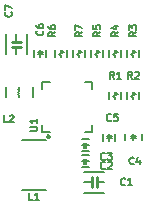
<source format=gto>
%TF.FileFunction,Legend,Top*%
%FSLAX46Y46*%
G04 Gerber Fmt 4.6, Leading zero omitted, Abs format (unit mm)*
G04 Created by KiCad (PCBNEW (2014-12-19 BZR 5328)-product) date 23/12/2014 01:10:06*
%MOMM*%
G01*
G04 APERTURE LIST*
%ADD10C,0.127000*%
%ADD11C,0.254000*%
%ADD12C,0.250000*%
%ADD13C,0.150000*%
G04 APERTURE END LIST*
D10*
X130976000Y-96150000D02*
X132676000Y-96150000D01*
X130976000Y-94350000D02*
X132676000Y-94350000D01*
X132026000Y-95250000D02*
X132676000Y-95250000D01*
X131626000Y-95250000D02*
X130976000Y-95250000D01*
D11*
X131626000Y-94850000D02*
X131626000Y-95650000D01*
X132026000Y-94850000D02*
X132026000Y-95650000D01*
D10*
X130964000Y-93472000D02*
X130764000Y-93472000D01*
X131164000Y-93472000D02*
X131364000Y-93472000D01*
X130764000Y-93972000D02*
X131364000Y-93972000D01*
X130764000Y-92972000D02*
X131364000Y-92972000D01*
X131164000Y-93272000D02*
X131164000Y-93672000D01*
X130964000Y-93272000D02*
X130964000Y-93672000D01*
X130962498Y-92126811D02*
X130762498Y-92126811D01*
X131162498Y-92126811D02*
X131362498Y-92126811D01*
X130762498Y-92626811D02*
X131362498Y-92626811D01*
X130762498Y-91626811D02*
X131362498Y-91626811D01*
X131162498Y-91926811D02*
X131162498Y-92326811D01*
X130962498Y-91926811D02*
X130962498Y-92326811D01*
X135128000Y-91340000D02*
X135128000Y-91190000D01*
X135128000Y-91540000D02*
X135128000Y-91690000D01*
X134428000Y-91190000D02*
X134428000Y-91690000D01*
X135828000Y-91190000D02*
X135828000Y-91690000D01*
X135328000Y-91540000D02*
X134928000Y-91540000D01*
X135328000Y-91340000D02*
X134928000Y-91340000D01*
X133096000Y-91340000D02*
X133096000Y-91140000D01*
X133096000Y-91540000D02*
X133096000Y-91740000D01*
X132596000Y-91140000D02*
X132596000Y-91740000D01*
X133596000Y-91140000D02*
X133596000Y-91740000D01*
X133296000Y-91540000D02*
X132896000Y-91540000D01*
X133296000Y-91340000D02*
X132896000Y-91340000D01*
X127254000Y-84428000D02*
X127254000Y-84628000D01*
X127254000Y-84228000D02*
X127254000Y-84028000D01*
X127754000Y-84628000D02*
X127754000Y-84028000D01*
X126754000Y-84628000D02*
X126754000Y-84028000D01*
X127054000Y-84228000D02*
X127454000Y-84228000D01*
X127054000Y-84428000D02*
X127454000Y-84428000D01*
X126122000Y-84416000D02*
X126122000Y-82716000D01*
X124322000Y-84416000D02*
X124322000Y-82716000D01*
X125222000Y-83366000D02*
X125222000Y-82716000D01*
X125222000Y-83766000D02*
X125222000Y-84416000D01*
D11*
X124822000Y-83766000D02*
X125622000Y-83766000D01*
X124822000Y-83366000D02*
X125622000Y-83366000D01*
D12*
X128040000Y-91400000D02*
G75*
G03X128040000Y-91400000I-100000J0D01*
G01*
D10*
X128040000Y-91000000D02*
X127440000Y-91000000D01*
X127440000Y-91000000D02*
X127440000Y-90400000D01*
X131640000Y-90400000D02*
X131640000Y-91000000D01*
X131640000Y-91000000D02*
X131040000Y-91000000D01*
X131040000Y-86800000D02*
X131640000Y-86800000D01*
X131640000Y-86800000D02*
X131640000Y-87400000D01*
X127440000Y-86800000D02*
X128040000Y-86800000D01*
X127440000Y-86800000D02*
X127440000Y-87400000D01*
X127715520Y-91717440D02*
X125715520Y-91717440D01*
X127715520Y-95917440D02*
X125715520Y-95917440D01*
X126626000Y-88030000D02*
X126626000Y-87230000D01*
X124326000Y-88030000D02*
X124326000Y-87230000D01*
X125476000Y-87930000D02*
X125476000Y-88030000D01*
X125476000Y-87330000D02*
X125476000Y-87230000D01*
X125476000Y-87330000D02*
G75*
G03X125476000Y-87530000I0J-100000D01*
G01*
X125476000Y-87730000D02*
G75*
G03X125476000Y-87930000I0J-100000D01*
G01*
X125476000Y-87530000D02*
G75*
G03X125476000Y-87730000I0J-100000D01*
G01*
D13*
X130556000Y-84628000D02*
X130556000Y-84528000D01*
X130556000Y-84528000D02*
X130356000Y-84428000D01*
X130356000Y-84428000D02*
X130756000Y-84228000D01*
X130756000Y-84228000D02*
X130556000Y-84128000D01*
X130556000Y-84128000D02*
X130556000Y-84028000D01*
D10*
X131056000Y-84628000D02*
X131056000Y-84028000D01*
X130056000Y-84628000D02*
X130056000Y-84028000D01*
D13*
X129032000Y-84028000D02*
X129032000Y-84128000D01*
X129032000Y-84128000D02*
X129232000Y-84228000D01*
X129232000Y-84228000D02*
X128832000Y-84428000D01*
X128832000Y-84428000D02*
X129032000Y-84528000D01*
X129032000Y-84528000D02*
X129032000Y-84628000D01*
D10*
X128532000Y-84028000D02*
X128532000Y-84628000D01*
X129532000Y-84028000D02*
X129532000Y-84628000D01*
D13*
X132080000Y-84628000D02*
X132080000Y-84528000D01*
X132080000Y-84528000D02*
X131880000Y-84428000D01*
X131880000Y-84428000D02*
X132280000Y-84228000D01*
X132280000Y-84228000D02*
X132080000Y-84128000D01*
X132080000Y-84128000D02*
X132080000Y-84028000D01*
D10*
X132580000Y-84628000D02*
X132580000Y-84028000D01*
X131580000Y-84628000D02*
X131580000Y-84028000D01*
D13*
X133604000Y-84628000D02*
X133604000Y-84528000D01*
X133604000Y-84528000D02*
X133404000Y-84428000D01*
X133404000Y-84428000D02*
X133804000Y-84228000D01*
X133804000Y-84228000D02*
X133604000Y-84128000D01*
X133604000Y-84128000D02*
X133604000Y-84028000D01*
D10*
X134104000Y-84628000D02*
X134104000Y-84028000D01*
X133104000Y-84628000D02*
X133104000Y-84028000D01*
D13*
X135128000Y-84628000D02*
X135128000Y-84528000D01*
X135128000Y-84528000D02*
X134928000Y-84428000D01*
X134928000Y-84428000D02*
X135328000Y-84228000D01*
X135328000Y-84228000D02*
X135128000Y-84128000D01*
X135128000Y-84128000D02*
X135128000Y-84028000D01*
D10*
X135628000Y-84628000D02*
X135628000Y-84028000D01*
X134628000Y-84628000D02*
X134628000Y-84028000D01*
D13*
X135128000Y-88184000D02*
X135128000Y-88084000D01*
X135128000Y-88084000D02*
X134928000Y-87984000D01*
X134928000Y-87984000D02*
X135328000Y-87784000D01*
X135328000Y-87784000D02*
X135128000Y-87684000D01*
X135128000Y-87684000D02*
X135128000Y-87584000D01*
D10*
X135628000Y-88184000D02*
X135628000Y-87584000D01*
X134628000Y-88184000D02*
X134628000Y-87584000D01*
D13*
X133604000Y-87584000D02*
X133604000Y-87684000D01*
X133604000Y-87684000D02*
X133804000Y-87784000D01*
X133804000Y-87784000D02*
X133404000Y-87984000D01*
X133404000Y-87984000D02*
X133604000Y-88084000D01*
X133604000Y-88084000D02*
X133604000Y-88184000D01*
D10*
X133104000Y-87584000D02*
X133104000Y-88184000D01*
X134104000Y-87584000D02*
X134104000Y-88184000D01*
X134426000Y-95464286D02*
X134397429Y-95492857D01*
X134311715Y-95521429D01*
X134254572Y-95521429D01*
X134168857Y-95492857D01*
X134111715Y-95435714D01*
X134083143Y-95378571D01*
X134054572Y-95264286D01*
X134054572Y-95178571D01*
X134083143Y-95064286D01*
X134111715Y-95007143D01*
X134168857Y-94950000D01*
X134254572Y-94921429D01*
X134311715Y-94921429D01*
X134397429Y-94950000D01*
X134426000Y-94978571D01*
X134997429Y-95521429D02*
X134654572Y-95521429D01*
X134826000Y-95521429D02*
X134826000Y-94921429D01*
X134768857Y-95007143D01*
X134711715Y-95064286D01*
X134654572Y-95092857D01*
X132742000Y-94067286D02*
X132713429Y-94095857D01*
X132627715Y-94124429D01*
X132570572Y-94124429D01*
X132484857Y-94095857D01*
X132427715Y-94038714D01*
X132399143Y-93981571D01*
X132370572Y-93867286D01*
X132370572Y-93781571D01*
X132399143Y-93667286D01*
X132427715Y-93610143D01*
X132484857Y-93553000D01*
X132570572Y-93524429D01*
X132627715Y-93524429D01*
X132713429Y-93553000D01*
X132742000Y-93581571D01*
X132970572Y-93581571D02*
X132999143Y-93553000D01*
X133056286Y-93524429D01*
X133199143Y-93524429D01*
X133256286Y-93553000D01*
X133284857Y-93581571D01*
X133313429Y-93638714D01*
X133313429Y-93695857D01*
X133284857Y-93781571D01*
X132942000Y-94124429D01*
X133313429Y-94124429D01*
X132742000Y-93305286D02*
X132713429Y-93333857D01*
X132627715Y-93362429D01*
X132570572Y-93362429D01*
X132484857Y-93333857D01*
X132427715Y-93276714D01*
X132399143Y-93219571D01*
X132370572Y-93105286D01*
X132370572Y-93019571D01*
X132399143Y-92905286D01*
X132427715Y-92848143D01*
X132484857Y-92791000D01*
X132570572Y-92762429D01*
X132627715Y-92762429D01*
X132713429Y-92791000D01*
X132742000Y-92819571D01*
X132942000Y-92762429D02*
X133313429Y-92762429D01*
X133113429Y-92991000D01*
X133199143Y-92991000D01*
X133256286Y-93019571D01*
X133284857Y-93048143D01*
X133313429Y-93105286D01*
X133313429Y-93248143D01*
X133284857Y-93305286D01*
X133256286Y-93333857D01*
X133199143Y-93362429D01*
X133027715Y-93362429D01*
X132970572Y-93333857D01*
X132942000Y-93305286D01*
X135155000Y-93686286D02*
X135126429Y-93714857D01*
X135040715Y-93743429D01*
X134983572Y-93743429D01*
X134897857Y-93714857D01*
X134840715Y-93657714D01*
X134812143Y-93600571D01*
X134783572Y-93486286D01*
X134783572Y-93400571D01*
X134812143Y-93286286D01*
X134840715Y-93229143D01*
X134897857Y-93172000D01*
X134983572Y-93143429D01*
X135040715Y-93143429D01*
X135126429Y-93172000D01*
X135155000Y-93200571D01*
X135669286Y-93343429D02*
X135669286Y-93743429D01*
X135526429Y-93114857D02*
X135383572Y-93543429D01*
X135755000Y-93543429D01*
X133250000Y-90003286D02*
X133221429Y-90031857D01*
X133135715Y-90060429D01*
X133078572Y-90060429D01*
X132992857Y-90031857D01*
X132935715Y-89974714D01*
X132907143Y-89917571D01*
X132878572Y-89803286D01*
X132878572Y-89717571D01*
X132907143Y-89603286D01*
X132935715Y-89546143D01*
X132992857Y-89489000D01*
X133078572Y-89460429D01*
X133135715Y-89460429D01*
X133221429Y-89489000D01*
X133250000Y-89517571D01*
X133792857Y-89460429D02*
X133507143Y-89460429D01*
X133478572Y-89746143D01*
X133507143Y-89717571D01*
X133564286Y-89689000D01*
X133707143Y-89689000D01*
X133764286Y-89717571D01*
X133792857Y-89746143D01*
X133821429Y-89803286D01*
X133821429Y-89946143D01*
X133792857Y-90003286D01*
X133764286Y-90031857D01*
X133707143Y-90060429D01*
X133564286Y-90060429D01*
X133507143Y-90031857D01*
X133478572Y-90003286D01*
X127468286Y-82428000D02*
X127496857Y-82456571D01*
X127525429Y-82542285D01*
X127525429Y-82599428D01*
X127496857Y-82685143D01*
X127439714Y-82742285D01*
X127382571Y-82770857D01*
X127268286Y-82799428D01*
X127182571Y-82799428D01*
X127068286Y-82770857D01*
X127011143Y-82742285D01*
X126954000Y-82685143D01*
X126925429Y-82599428D01*
X126925429Y-82542285D01*
X126954000Y-82456571D01*
X126982571Y-82428000D01*
X126925429Y-81913714D02*
X126925429Y-82028000D01*
X126954000Y-82085143D01*
X126982571Y-82113714D01*
X127068286Y-82170857D01*
X127182571Y-82199428D01*
X127411143Y-82199428D01*
X127468286Y-82170857D01*
X127496857Y-82142285D01*
X127525429Y-82085143D01*
X127525429Y-81970857D01*
X127496857Y-81913714D01*
X127468286Y-81885143D01*
X127411143Y-81856571D01*
X127268286Y-81856571D01*
X127211143Y-81885143D01*
X127182571Y-81913714D01*
X127154000Y-81970857D01*
X127154000Y-82085143D01*
X127182571Y-82142285D01*
X127211143Y-82170857D01*
X127268286Y-82199428D01*
X124801286Y-80872000D02*
X124829857Y-80900571D01*
X124858429Y-80986285D01*
X124858429Y-81043428D01*
X124829857Y-81129143D01*
X124772714Y-81186285D01*
X124715571Y-81214857D01*
X124601286Y-81243428D01*
X124515571Y-81243428D01*
X124401286Y-81214857D01*
X124344143Y-81186285D01*
X124287000Y-81129143D01*
X124258429Y-81043428D01*
X124258429Y-80986285D01*
X124287000Y-80900571D01*
X124315571Y-80872000D01*
X124258429Y-80672000D02*
X124258429Y-80272000D01*
X124858429Y-80529143D01*
X126417429Y-90881143D02*
X126903143Y-90881143D01*
X126960286Y-90852571D01*
X126988857Y-90824000D01*
X127017429Y-90766857D01*
X127017429Y-90652571D01*
X126988857Y-90595429D01*
X126960286Y-90566857D01*
X126903143Y-90538286D01*
X126417429Y-90538286D01*
X127017429Y-89938286D02*
X127017429Y-90281143D01*
X127017429Y-90109715D02*
X126417429Y-90109715D01*
X126503143Y-90166858D01*
X126560286Y-90224000D01*
X126588857Y-90281143D01*
X126615520Y-96788869D02*
X126329806Y-96788869D01*
X126329806Y-96188869D01*
X127129806Y-96788869D02*
X126786949Y-96788869D01*
X126958377Y-96788869D02*
X126958377Y-96188869D01*
X126901234Y-96274583D01*
X126844092Y-96331726D01*
X126786949Y-96360297D01*
X124487000Y-90187429D02*
X124201286Y-90187429D01*
X124201286Y-89587429D01*
X124658429Y-89644571D02*
X124687000Y-89616000D01*
X124744143Y-89587429D01*
X124887000Y-89587429D01*
X124944143Y-89616000D01*
X124972714Y-89644571D01*
X125001286Y-89701714D01*
X125001286Y-89758857D01*
X124972714Y-89844571D01*
X124629857Y-90187429D01*
X125001286Y-90187429D01*
X130827429Y-82528000D02*
X130541714Y-82728000D01*
X130827429Y-82870857D02*
X130227429Y-82870857D01*
X130227429Y-82642285D01*
X130256000Y-82585143D01*
X130284571Y-82556571D01*
X130341714Y-82528000D01*
X130427429Y-82528000D01*
X130484571Y-82556571D01*
X130513143Y-82585143D01*
X130541714Y-82642285D01*
X130541714Y-82870857D01*
X130227429Y-82328000D02*
X130227429Y-81928000D01*
X130827429Y-82185143D01*
X128541429Y-82523000D02*
X128255714Y-82723000D01*
X128541429Y-82865857D02*
X127941429Y-82865857D01*
X127941429Y-82637285D01*
X127970000Y-82580143D01*
X127998571Y-82551571D01*
X128055714Y-82523000D01*
X128141429Y-82523000D01*
X128198571Y-82551571D01*
X128227143Y-82580143D01*
X128255714Y-82637285D01*
X128255714Y-82865857D01*
X127941429Y-82008714D02*
X127941429Y-82123000D01*
X127970000Y-82180143D01*
X127998571Y-82208714D01*
X128084286Y-82265857D01*
X128198571Y-82294428D01*
X128427143Y-82294428D01*
X128484286Y-82265857D01*
X128512857Y-82237285D01*
X128541429Y-82180143D01*
X128541429Y-82065857D01*
X128512857Y-82008714D01*
X128484286Y-81980143D01*
X128427143Y-81951571D01*
X128284286Y-81951571D01*
X128227143Y-81980143D01*
X128198571Y-82008714D01*
X128170000Y-82065857D01*
X128170000Y-82180143D01*
X128198571Y-82237285D01*
X128227143Y-82265857D01*
X128284286Y-82294428D01*
X132351429Y-82528000D02*
X132065714Y-82728000D01*
X132351429Y-82870857D02*
X131751429Y-82870857D01*
X131751429Y-82642285D01*
X131780000Y-82585143D01*
X131808571Y-82556571D01*
X131865714Y-82528000D01*
X131951429Y-82528000D01*
X132008571Y-82556571D01*
X132037143Y-82585143D01*
X132065714Y-82642285D01*
X132065714Y-82870857D01*
X131751429Y-81985143D02*
X131751429Y-82270857D01*
X132037143Y-82299428D01*
X132008571Y-82270857D01*
X131980000Y-82213714D01*
X131980000Y-82070857D01*
X132008571Y-82013714D01*
X132037143Y-81985143D01*
X132094286Y-81956571D01*
X132237143Y-81956571D01*
X132294286Y-81985143D01*
X132322857Y-82013714D01*
X132351429Y-82070857D01*
X132351429Y-82213714D01*
X132322857Y-82270857D01*
X132294286Y-82299428D01*
X133875429Y-82528000D02*
X133589714Y-82728000D01*
X133875429Y-82870857D02*
X133275429Y-82870857D01*
X133275429Y-82642285D01*
X133304000Y-82585143D01*
X133332571Y-82556571D01*
X133389714Y-82528000D01*
X133475429Y-82528000D01*
X133532571Y-82556571D01*
X133561143Y-82585143D01*
X133589714Y-82642285D01*
X133589714Y-82870857D01*
X133475429Y-82013714D02*
X133875429Y-82013714D01*
X133246857Y-82156571D02*
X133675429Y-82299428D01*
X133675429Y-81928000D01*
X135399429Y-82528000D02*
X135113714Y-82728000D01*
X135399429Y-82870857D02*
X134799429Y-82870857D01*
X134799429Y-82642285D01*
X134828000Y-82585143D01*
X134856571Y-82556571D01*
X134913714Y-82528000D01*
X134999429Y-82528000D01*
X135056571Y-82556571D01*
X135085143Y-82585143D01*
X135113714Y-82642285D01*
X135113714Y-82870857D01*
X134799429Y-82328000D02*
X134799429Y-81956571D01*
X135028000Y-82156571D01*
X135028000Y-82070857D01*
X135056571Y-82013714D01*
X135085143Y-81985143D01*
X135142286Y-81956571D01*
X135285143Y-81956571D01*
X135342286Y-81985143D01*
X135370857Y-82013714D01*
X135399429Y-82070857D01*
X135399429Y-82242285D01*
X135370857Y-82299428D01*
X135342286Y-82328000D01*
X135028000Y-86504429D02*
X134828000Y-86218714D01*
X134685143Y-86504429D02*
X134685143Y-85904429D01*
X134913715Y-85904429D01*
X134970857Y-85933000D01*
X134999429Y-85961571D01*
X135028000Y-86018714D01*
X135028000Y-86104429D01*
X134999429Y-86161571D01*
X134970857Y-86190143D01*
X134913715Y-86218714D01*
X134685143Y-86218714D01*
X135256572Y-85961571D02*
X135285143Y-85933000D01*
X135342286Y-85904429D01*
X135485143Y-85904429D01*
X135542286Y-85933000D01*
X135570857Y-85961571D01*
X135599429Y-86018714D01*
X135599429Y-86075857D01*
X135570857Y-86161571D01*
X135228000Y-86504429D01*
X135599429Y-86504429D01*
X133504000Y-86504429D02*
X133304000Y-86218714D01*
X133161143Y-86504429D02*
X133161143Y-85904429D01*
X133389715Y-85904429D01*
X133446857Y-85933000D01*
X133475429Y-85961571D01*
X133504000Y-86018714D01*
X133504000Y-86104429D01*
X133475429Y-86161571D01*
X133446857Y-86190143D01*
X133389715Y-86218714D01*
X133161143Y-86218714D01*
X134075429Y-86504429D02*
X133732572Y-86504429D01*
X133904000Y-86504429D02*
X133904000Y-85904429D01*
X133846857Y-85990143D01*
X133789715Y-86047286D01*
X133732572Y-86075857D01*
M02*

</source>
